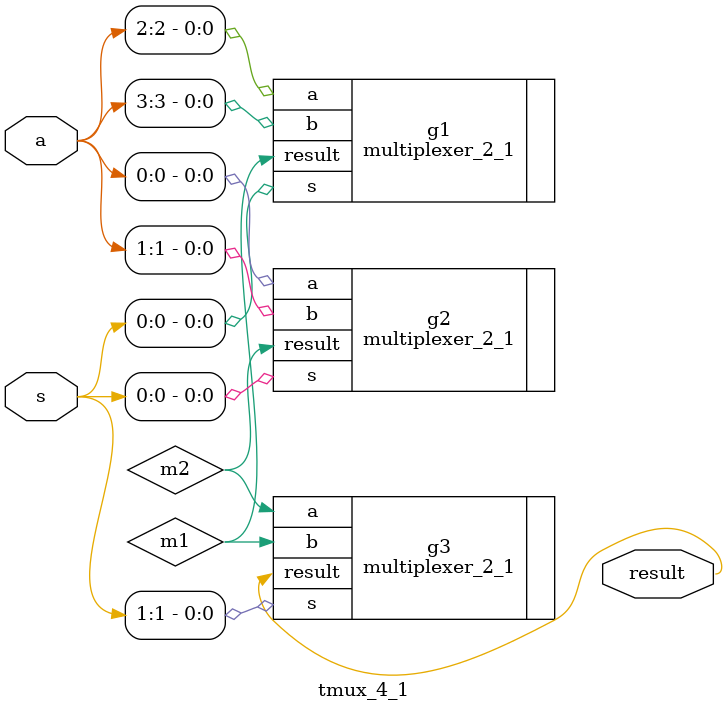
<source format=v>
`timescale 1ns / 1ps


module tmux_4_1(
    input [3:0] a,
    input [1:0] s,
    output result
    );
    wire m1, m2;
    multiplexer_2_1 g1 (.a(a[2]), .b(a[3]), .s(s[0]), .result(m1));
    multiplexer_2_1 g2 (.a(a[0]), .b(a[1]), .s(s[0]), .result(m2));
    multiplexer_2_1 g3 (.a(m2), .b(m1), .s(s[1]), .result(result));
endmodule

</source>
